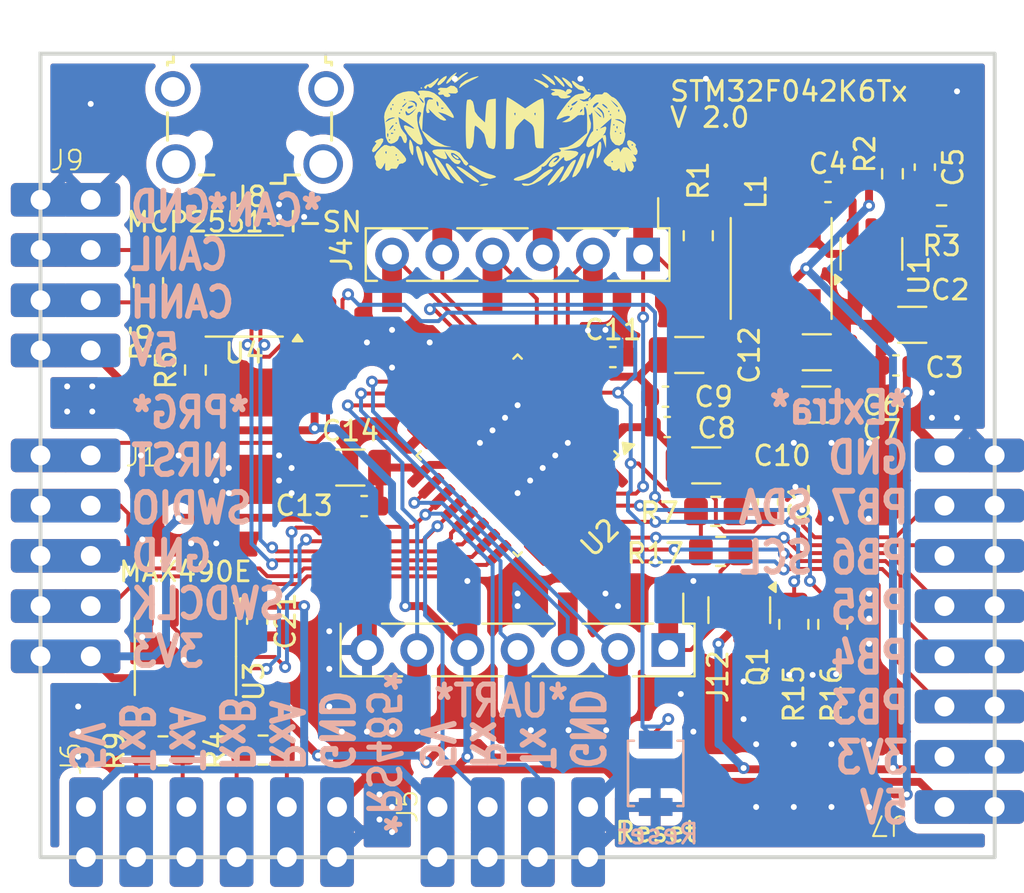
<source format=kicad_pcb>
(kicad_pcb (version 20241229) (generator "pcbnew") (generator_version "9.0")
  (layers (0 "F.Cu" signal) (2 "B.Cu" signal) (13 "F.Paste" user) (15 "B.Paste" user) (5 "F.SilkS" user "F.Silkscreen") (7 "B.SilkS" user "B.Silkscreen") (1 "F.Mask" user) (3 "B.Mask" user) (25 "Edge.Cuts" user))
  (net 0 "")
  (net 1 "VSS")
  (net 2 "NRST")
  (net 3 "+5V")
  (net 4 "/SW")
  (net 5 "/VBST")
  (net 6 "/VFB")
  (net 7 "VDD")
  (net 8 "SWDCLK")
  (net 9 "SWDIO")
  (net 10 "BTN4")
  (net 11 "BTN2")
  (net 12 "BOOT0")
  (net 13 "BTN3")
  (net 14 "USART1_Rx")
  (net 15 "USART1_Tx")
  (net 16 "/Interface/Rx A")
  (net 17 "/Interface/Tx A")
  (net 18 "/Interface/Rx B")
  (net 19 "/Interface/Tx B")
  (net 20 "PB6")
  (net 21 "PB7")
  (net 22 "PB5")
  (net 23 "USB_DP")
  (net 24 "Net-(J9-Pin_3)")
  (net 25 "Net-(J9-Pin_2)")
  (net 26 "BTN6")
  (net 27 "TIM3_CH3")
  (net 28 "BTN5")
  (net 29 "Net-(U4-Rs)")
  (net 34 "USB_DN")
  (net 35 "PB3")
  (net 36 "PB4")
  (net 37 "GRP3")
  (net 38 "GRP1")
  (net 39 "GRP2")
  (net 40 "GRP4")
  (net 41 "Net-(Q1-B)")
  (net 44 "Net-(U2-PA5)")
  (footprint "Library:Conn_Edge_x04" (layer "F.Cu") (at 91.906177 93.981512 180)
    (property "Reference" "J9")
    (property "Value" "CAN")
  )
  (footprint "Package_TO_SOT_SMD:TSOT-23-6" (layer "F.Cu") (at 133.931789 89.098556 90)
    (property "Reference" "U1")
    (property "Value" "AP62250WU")
  )
  (footprint "Library:Conn_Edge_x06" (layer "F.Cu") (at 94.206177 117.071512 90)
    (property "Reference" "J6")
    (property "Value" "RS485")
  )
  (footprint "Capacitor_SMD:C_1206_3216Metric" (layer "F.Cu") (at 131.169719 94.073806)
    (property "Reference" "C6")
    (property "Value" "22uF")
  )
  (footprint "Capacitor_SMD:C_1206_3216Metric" (layer "F.Cu") (at 131.143122 96.715667)
    (property "Reference" "C7")
    (property "Value" "22uF")
  )
  (footprint "Resistor_SMD:R_0805_2012Metric_Pad1.20x1.40mm_HandSolder" (layer "F.Cu") (at 97.370991 90.549159 -90)
    (property "Reference" "R6")
    (property "Value" "120")
  )
  (footprint "Connector_PinHeader_2.54mm:PinHeader_1x07_P2.54mm_Vertical" (layer "F.Cu") (at 123.656177 109.131512 -90)
    (property "Reference" "J13" (hide yes))
    (property "Value" "Keyboard 2")
  )
  (footprint "Resistor_SMD:R_0603_1608Metric" (layer "F.Cu") (at 134.996562 85.046127 -90)
    (property "Reference" "R2")
    (property "Value" "31.6k")
  )
  (footprint "Capacitor_SMD:C_0603_1608Metric" (layer "F.Cu") (at 120.85442 94.316063 180)
    (property "Reference" "C11")
    (property "Value" "10n")
  )
  (footprint "Package_QFP:LQFP-32_7x7mm_P0.8mm" (layer "F.Cu") (at 116.036177 99.291512 -135)
    (property "Reference" "U2")
    (property "Value" "STM32F042K6Tx")
  )
  (footprint "Connector_PinHeader_2.54mm:PinHeader_1x06_P2.54mm_Vertical" (layer "F.Cu") (at 122.386177 89.131512 -90)
    (property "Reference" "J11" (hide yes))
    (property "Value" "Keyboard 1" (hide yes))
  )
  (footprint "Resistor_SMD:R_0805_2012Metric_Pad1.20x1.40mm_HandSolder" (layer "F.Cu") (at 130.005922 107.835794 -90)
    (property "Reference" "R15")
    (property "Value" "10k")
  )
  (footprint "Capacitor_SMD:C_0603_1608Metric" (layer "F.Cu") (at 131.734967 85.968465)
    (property "Reference" "C4")
    (property "Value" "100n")
  )
  (footprint "Capacitor_SMD:C_1206_3216Metric" (layer "F.Cu") (at 125.577405 99.795715 180)
    (property "Reference" "C10")
    (property "Value" "4.7u")
  )
  (footprint "Capacitor_SMD:C_0603_1608Metric" (layer "F.Cu") (at 102.867135 107.66822 -90)
    (property "Reference" "C21")
    (property "Value" "100n")
  )
  (footprint "Package_SO:SOIC-8_3.9x4.9mm_P1.27mm" (layer "F.Cu") (at 99.235761 109.457637 -90)
    (property "Reference" "U3")
    (property "Value" "MAX490E")
  )
  (footprint "Capacitor_SMD:C_1206_3216Metric" (layer "F.Cu") (at 107.576177 99.904393)
    (property "Reference" "C14")
    (property "Value" "4.7u")
  )
  (footprint "Package_TO_SOT_SMD:SOT-23" (layer "F.Cu") (at 127.247945 107.115167 -90)
    (property "Reference" "Q1")
    (property "Value" "PNP")
  )
  (footprint "Capacitor_SMD:C_0603_1608Metric" (layer "F.Cu") (at 136.633136 84.711792 -90)
    (property "Reference" "C5")
    (property "Value" "100n")
  )
  (footprint "Resistor_SMD:R_0603_1608Metric" (layer "F.Cu") (at 99.740202 94.973125 -90)
    (property "Reference" "R5")
    (property "Value" "0")
  )
  (footprint "Resistor_SMD:R_0805_2012Metric_Pad1.20x1.40mm_HandSolder" (layer "F.Cu") (at 125.174426 88.179317 -90)
    (property "Reference" "R1")
    (property "Value" "10k")
  )
  (footprint "Inductor_SMD:L_Taiyo-Yuden_NR-50xx" (layer "F.Cu") (at 129.366177 89.834389 -90)
    (property "Reference" "L1")
    (property "Value" "2.2uH")
  )
  (footprint "Resistor_SMD:R_0805_2012Metric_Pad1.20x1.40mm_HandSolder" (layer "F.Cu") (at 126.058823 102.120346 180)
    (property "Reference" "R7")
    (property "Value" "10k")
  )
  (footprint "Connector_PinHeader_2.54mm:PinHeader_1x07_P2.54mm_Vertical_SMD_Pin1Left" (layer "F.Cu") (at 116.036177 109.131512 -90)
    (property "Reference" "J12")
    (property "Value" "Keyboard 2")
  )
  (footprint "Resistor_SMD:R_0805_2012Metric_Pad1.20x1.40mm_HandSolder" (layer "F.Cu") (at 131.978811 107.836787 -90)
    (property "Reference" "R16")
    (property "Value" "10k")
  )
  (footprint "Capacitor_SMD:C_0603_1608Metric" (layer "F.Cu") (at 123.516177 96.320775 180)
    (property "Reference" "C9")
    (property "Value" "100n")
  )
  (footprint "Capacitor_SMD:C_1206_3216Metric" (layer "F.Cu") (at 124.721177 94.211512 180)
    (property "Reference" "C12")
    (property "Value" "1u")
  )
  (footprint "Library:Conn_Edge_x08" (layer "F.Cu") (at 137.626177 117.071512 180)
    (property "Reference" "J7")
    (property "Value" "Extra")
  )
  (footprint "Capacitor_SMD:C_0603_1608Metric" (layer "F.Cu") (at 108.276177 101.853241)
    (property "Reference" "C13")
    (property "Value" "100n")
  )
  (footprint "Capacitor_SMD:C_0603_1608Metric" (layer "F.Cu") (at 128.699138 101.640346 90)
    (property "Reference" "C1")
    (property "Value" "100n")
  )
  (footprint "Package_SO:SOIC-8_3.9x4.9mm_P1.27mm" (layer "F.Cu") (at 102.21 90.72 180)
    (property "Reference" "U4")
    (property "Value" "MCP2551-I-SN")
  )
  (footprint "LOGO" (layer "F.Cu") (at 115.401177 82.781512)
    (property "Reference" "G***" (hide yes))
    (property "Value" "LOGO" (hide yes))
  )
  (footprint "Connector_PinHeader_2.54mm:PinHeader_1x06_P2.54mm_Vertical_SMD_Pin1Left" (layer "F.Cu") (at 116.036177 89.131512 -90)
    (property "Reference" "J4")
    (property "Value" "Keyboard 1")
  )
  (footprint "Library:Conn_Edge_x05" (layer "F.Cu") (at 94.446177 99.291512)
    (property "Reference" "J1")
    (property "Value" "SWD")
  )
  (footprint "Library:Conn_Edge_x04" (layer "F.Cu") (at 111.986177 117.071512 90)
    (property "Reference" "J5")
    (property "Value" "UART")
  )
  (footprint "Resistor_SMD:R_0805_2012Metric_Pad1.20x1.40mm_HandSolder" (layer "F.Cu") (at 103.162368 114.193384)
    (property "Reference" "R4")
    (property "Value" "120")
  )
  (footprint "Resistor_SMD:R_0805_2012Metric_Pad1.20x1.40mm_HandSolder" (layer "F.Cu") (at 126.305749 104.146498 180)
    (property "Reference" "R17")
    (property "Value" "1k")
  )
  (footprint "Resistor_SMD:R_0603_1608Metric" (layer "F.Cu") (at 137.480143 87.166271)
    (property "Reference" "R3")
    (property "Value" "10k")
  )
  (footprint "Connector_USB:USB_Micro-B_Wuerth_629105150521_CircularHoles" (layer "F.Cu") (at 102.478289 82.705165 180)
    (property "Reference" "J8")
    (property "Value" "USB_A")
  )
  (footprint "Capacitor_SMD:C_0603_1608Metric" (layer "F.Cu") (at 123.600941 97.852954 180)
    (property "Reference" "C8")
    (property "Value" "100n")
  )
  (footprint "Resistor_SMD:R_0805_2012Metric_Pad1.20x1.40mm_HandSolder" (layer "F.Cu") (at 98.096839 114.235625)
    (property "Reference" "R9")
    (property "Value" "120")
  )
  (footprint "Capacitor_SMD:C_0603_1608Metric" (layer "F.Cu") (at 135.173085 94.739685 180)
    (property "Reference" "C3")
    (property "Value" "100n")
  )
  (footprint "Button_Switch_SMD:SW_SPST_B3U-1000P" (layer "F.Cu") (at 123.021177 115.371512 90)
    (property "Reference" "SW10" (hide yes))
    (property "Value" "Reset")
  )
  (footprint "Capacitor_SMD:C_1206_3216Metric" (layer "F.Cu") (at 135.995622 92.684833 180)
    (property "Reference" "C2")
    (property "Value" "22u")
  )
  (footprint "Button_Switch_SMD:SW_SPST_B3U-1000P" (layer "B.Cu") (at 123.021177 115.371512 90)
    (property "Reference" "SW11" (hide yes))
    (property "Value" "Reset")
  )
  (gr_rect (start 91.906177 78.971512) (end 140.166177 119.611512) (stroke (width 0.2)) (fill no) (layer "Edge.Cuts"))
  (gr_text "V 2.0" (at 123.656177 82.781512 0) (layer "F.SilkS") (effects (font (size 1 1)) (justify left bottom)))
  (gr_text "GND\nCANL\nCANH\n5V\n" (at 96.313289 94.848065 0) (layer "B.SilkS") (effects (font (size 1.5 1.3) (thickness 0.3) (bold yes)) (justify right bottom mirror)))
  (gr_text "*PRG*\nNRST\nSWDIO\nGND\nSWDCLK\n3V3" (at 96.351177 110.086512 0) (layer "B.SilkS") (effects (font (size 1.5 1.3) (thickness 0.3) (bold yes)) (justify right bottom mirror)))
  (gr_text "*RS485*" (at 108.302798 118.614953 270) (layer "B.SilkS") (effects (font (size 1.57 1.3) (thickness 0.26) (bold yes)) (justify left bottom mirror)))
  (gr_text "*UART*" (at 118.749098 112.630336 0) (layer "B.SilkS") (effects (font (size 1.57 1.3) (thickness 0.26) (bold yes)) (justify left bottom mirror)))
  (gr_text "*Extra*\nGND\nPB7 SDA\nPB6 SCL\nPB5\nPB4\nPB3\n3V3\n5V" (at 135.94749 118.021329 0) (layer "B.SilkS") (effects (font (size 1.57 1.3) (thickness 0.3) (bold yes)) (justify left bottom mirror)))
  (gr_text "GND\nRxA\nRxB\nTxA\nTxB\n5V" (at 93.296376 115.391236 270) (layer "B.SilkS") (effects (font (size 1.57 1.3) (thickness 0.3) (bold yes)) (justify left bottom mirror)))
  (gr_text "*CAN*" (at 100.170588 87.78183 0) (layer "B.SilkS") (effects (font (size 1.5 1.3) (thickness 0.3) (bold yes)) (justify right bottom mirror)))
  (gr_text "GND\nTx\nRx\n5V" (at 111.026993 115.295135 270) (layer "B.SilkS") (effects (font (size 1.57 1.3) (thickness 0.3) (bold yes)) (justify left bottom mirror)))
  (segment (start 101.828289 84.605165) (end 101.828289 85.912961) (width 0.4) (layer "F.Cu") (net 1))
  (segment (start 113.975355 98.812334) (end 114.131177 98.656512) (width 0.4) (layer "F.Cu") (net 1))
  (segment (start 111.104107 98.31924) (end 111.497201 98.712334) (width 0.2) (layer "F.Cu") (net 1))
  (segment (start 114.075355 98.712334) (end 114.131177 98.656512) (width 0.2) (layer "F.Cu") (net 1))
  (segment (start 101.828289 85.912961) (end 101.794743 85.946507) (width 0.4) (layer "F.Cu") (net 1))
  (segment (start 101.828289 83.170585) (end 101.823217 83.165513) (width 0.4) (layer "F.Cu") (net 1))
  (segment (start 111.597201 98.812334) (end 113.975355 98.812334) (width 0.4) (layer "F.Cu") (net 1))
  (segment (start 101.828289 84.605165) (end 101.828289 83.170585) (width 0.4) (layer "F.Cu") (net 1))
  (segment (start 111.104107 98.31924) (end 111.597201 98.812334) (width 0.4) (layer "F.Cu") (net 1))
  (segment (start 106.061 91.756001) (end 106.061 93.391689) (width 0.4) (layer "F.Cu") (net 1))
  (segment (start 104.685 91.355) (end 105.659999 91.355) (width 0.4) (layer "F.Cu") (net 1))
  (segment (start 105.659999 91.355) (end 106.061 91.756001) (width 0.4) (layer "F.Cu") (net 1))
  (segment (start 106.061 93.391689) (end 105.241177 94.211512) (width 0.4) (layer "F.Cu") (net 1))
  (segment (start 101.828289 84.605165) (end 101.178289 84.605165) (width 0.4) (layer "F.Cu") (net 1))
  (via (at 109.051177 117.706512) (size 0.6) (drill 0.3) (layers "F.Cu" "B.Cu") (net 1))
  (via (at 108.416177 93.576512) (size 0.6) (drill 0.3) (layers "F.Cu" "B.Cu") (net 1))
  (via (at 130.006177 98.656512) (size 0.6) (drill 0.3) (layers "F.Cu" "B.Cu") (net 1))
  (via (at 119.594678 92.969046) (size 0.6) (drill 0.3) (layers "F.Cu" "B.Cu") (net 1))
  (via (at 96.986177 99.291512) (size 0.6) (drill 0.3) (layers "F.Cu" "B.Cu") (net 1))
  (via (at 116.036177 106.911512) (size 0.6) (drill 0.3) (layers "F.Cu" "B.Cu") (net 1))
  (via (at 109.686177 113.261512) (size 0.6) (drill 0.3) (layers "F.Cu" "B.Cu") (net 1))
  (via (at 124.291177 111.356512) (size 0.6) (drill 0.3) (layers "F.Cu" "B.Cu") (net 1))
  (via (at 109.686177 94.846512) (size 0.6) (drill 0.3) (layers "F.Cu" "B.Cu") (net 1))
  (via (at 116.707439 113.186336) (size 0.6) (drill 0.3) (layers "F.Cu" "B.Cu") (net 1))
  (via (at 98.891177 99.291512) (size 0.6) (drill 0.3) (layers "F.Cu" "B.Cu") (net 1))
  (via (at 107.146177 113.261512) (size 0.6) (drill 0.3) (layers "F.Cu" "B.Cu") (net 1))
  (via (at 101.431177 99.926512) (size 0.6) (drill 0.3) (layers "F.Cu" "B.Cu") (net 1))
  (via (at 116.036177 101.196512) (size 0.6) (drill 0.3) (layers "F.Cu" "B.Cu") (net 1))
  (via (at 124.926177 105.641512) (size 0.6) (drill 0.3) (layers "F.Cu" "B.Cu") (net 1))
  (via (at 94.525 95.8) (size 0.6) (drill 0.3) (layers "F.Cu" "B.Cu") (net 1))
  (via (at 130.006177 113.896512) (size 0.6) (drill 0.3) (layers "F.Cu" "B.Cu") (net 1))
  (via (at 99.157612 109.637234) (size 0.6) (drill 0.3) (layers "F.Cu" "B.Cu") (net 1))
  (via (at 129.771115 110.389462) (size 0.6) (drill 0.3) (layers "F.Cu" "B.Cu") (net 1))
  (via (at 131.911177 113.896512) (size 0.6) (drill 0.3) (layers "F.Cu" "B.Cu") (net 1))
  (via (at 93.811177 114.531512) (size 0.6) (drill 0.3) (layers "F.Cu" "B.Cu") (net 1))
  (via (at 116.671177 100.561512) (size 0.6) (drill 0.3) (layers "F.Cu" "B.Cu") (net 1))
  (via (at 132.144963 110.356028) (size 0.6) (drill 0.3) (layers "F.Cu" "B.Cu") (net 1))
  (via (at 100.796177 100.561512) (size 0.6) (drill 0.3) (layers "F.Cu" "B.Cu") (net 1))
  (via (at 133.816177 98.656512) (size 0.6) (drill 0.3) (layers "F.Cu" "B.Cu") (net 1))
  (via (at 97.057914 103.541295) (size 0.6) (drill 0.3) (layers "F.Cu" "B.Cu") (net 1))
  (via (at 128.101177 113.896512) (size 0.6) (drill 0.3) (layers "F.Cu" "B.Cu") (net 1))
  (via (at 106.511177 110.086512) (size 0.6) (drill 0.3) (layers "F.Cu" "B.Cu") (net 1))
  (via (at 133.816177 108.816512) (size 0.6) (drill 0.3) (layers "F.Cu" "B.Cu") (net 1))
  (via (at 101.431177 101.196512) (size 0.6) (drill 0.3) (layers "F.Cu" "B.Cu") (net 1))
  (via (at 118.612439 113.186336) (size 0.6) (drill 0.3) (layers "F.Cu" "B.Cu") (net 1))
  (via (at 125.561177 80.241512) (size 0.6) (drill 0.3) (layers "F.Cu" "B.Cu") (net 1))
  (via (at 130.958039 110.389462) (size 0.6) (drill 0.3) (layers "F.Cu" "B.Cu") (net 1))
  (via (at 130.006177 117.071512) (size 0.6) (drill 0.3) (layers "F.Cu" "B.Cu") (net 1))
  (via (at 138.261177 80.876512) (size 0.6) (drill 0.3) (layers "F.Cu" "B.Cu") (net 1))
  (via (at 136.991177 97.386512) (size 0.6) (drill 0.3) (layers "F.Cu" "B.Cu") (net 1))
  (via (at 131.911177 117.071512) (size 0.6) (drill 0.3) (layers "F.Cu" "B.Cu") (net 1))
  (via (at 136.991177 96.116512) (size 0.6) (drill 0.3) (layers "F.Cu" "B.Cu") (net 1))
  (via (at 133.816177 117.071512) (size 0.6) (drill 0.3) (layers "F.Cu" "B.Cu") (net 1))
  (via (at 109.686177 118.341512) (size 0.6) (drill 0.3) (layers "F.Cu" "B.Cu") (net 1))
  (via (at 116.036177 96.751512) (size 0.6) (drill 0.3) (layers "F.Cu" "B.Cu") (net 1))
  (via (at 104.606177 99.926512) (size 0.6) (drill 0.3) (layers "F.Cu" "B.Cu") (net 1))
  (via (at 106.511177 108.181512) (size 0.6) (drill 0.3) (layers "F.Cu" "B.Cu") (net 1))
  (via (at 103.971177 100.561512) (size 0.6) (drill 0.3) (layers "F.Cu" "B.Cu") (net 1))
  (via (at 105.241177 87.226512) (size 0.6) (drill 0.3) (layers "F.Cu" "B.Cu") (net 1))
  (via (at 97.053843 108.478271) (size 0.6) (drill 0.3) (layers "F.Cu" "B.Cu") (net 1))
  (via (at 119.211177 80.241512) (size 0.6) (drill 0.3) (layers "F.Cu" "B.Cu") (net 1))
  (via (at 120.481177 106.276512) (size 0.6) (drill 0.3) (layers "F.Cu" "B.Cu") (net 1))
  (via (at 109.051177 116.436512) (size 0.6) (drill 0.3) (layers "F.Cu" "B.Cu") (net 1))
  (via (at 121.116177 106.911512) (size 0.6) (drill 0.3) (layers "F.Cu" "B.Cu") (net 1))
  (via (at 93.811177 113.261512) (size 0.6) (drill 0.3) (layers "F.Cu" "B.Cu") (net 1))
  (via (at 138.261177 97.386512) (size 0.6) (drill 0.3) (layers "F.Cu" "B.Cu") (net 1))
  (via (at 117.306177 99.926512) (size 0.6) (drill 0.3) (layers "F.Cu" "B.Cu") (net 1))
  (via (at 114.131177 98.656512) (size 0.6) (drill 0.3) (layers "F.Cu" "B.Cu") (net 1))
  (via (at 112.861177 80.241512) (size 0.6) (drill 0.3) (layers "F.Cu" "B.Cu") (net 1))
  (via (at 120.481177 92.941512) (size 0.6) (drill 0.3) (layers "F.Cu" "B.Cu") (net 1))
  (via (at 93.811177 111.991512) (size 0.6) (drill 0.3) (layers "F.Cu" "B.Cu") (net 1))
  (via (at 131.884667 102.491692) (size 0.6) (drill 0.3) (layers "F.Cu" "B.Cu") (net 1))
  (via (at 108.416177 113.261512) (size 0.6) (drill 0.3) (layers "F.Cu" "B.Cu") (net 1))
  (via (at 117.941177 99.291512) (size 0.6) (drill 0.3) (layers "F.Cu" "B.Cu") (net 1))
  (via (at 127.466177 110.721512) (size 0.6) (drill 0.3) (layers "F.Cu" "B.Cu") (net 1))
  (via (at 127.466177 112.626512) (size 0.6) (drill 0.3) (layers "F.Cu" "B.Cu") (net 1))
  (via (at 111.591177 93.576512) (size 0.6) (drill 0.3) (layers "F.Cu" "B.Cu") (net 1))
  (via (at 116.036177 106.276512) (size 0.6) (drill 0.3) (layers "F.Cu" "B.Cu") (net 1))
  (via (at 133.789667 102.491692) (size 0.6) (drill 0.3) (layers "F.Cu" "B.Cu") (net 1))
  (via (at 104.606177 101.196512) (size 0.6) (drill 0.3) (layers "F.Cu" "B.Cu") (net 1))
  (via (at 113.496177 105.641512) (size 0.6) (drill 0.3) (layers "F.Cu" "B.Cu") (net 1))
  (via (at 100.796177 103.736512) (size 0.6) (drill 0.3) (layers "F.Cu" "B.Cu") (net 1))
  (via (at 133.816177 113.896512) (size 0.6) (drill 0.3) (layers "F.Cu" "B.Cu") (net 1))
  (via (at 93.255 95.8) (size 0.6) (drill 0.3) (layers "F.Cu" "B.Cu") (net 1))
  (via (at 109.686177 117.071512) (size 0.6) (drill 0.3) (layers "F.Cu" "B.Cu") (net 1))
  (via (at 128.101177 117.071512) (size 0.6) (drill 0.3) (layers "F.Cu" "B.Cu") (net 1))
  (via (at 94.446177 81.511512) (size 0.6) (drill 0.3) (layers "F.Cu" "B.Cu") (net 1))
  (via (at 130.085 100.88) (size 0.6) (drill 0.3) (layers "F.Cu" "B.Cu") (net 1))
  (via (at 99.526177 103.736512) (size 0.6) (drill 0.3) (layers "F.Cu" "B.Cu") (net 1))
  (via (at 103.971177 86.591512) (size 0.6) (drill 0.3) (layers "F.Cu" "B.Cu") (net 1))
  (via (at 131.911177 98.656512) (size 0.6) (drill 0.3) (layers "F.Cu" "B.Cu") (net 1))
  (via (at 115.401177 97.386512) (size 0.6) (drill 0.3) (layers "F.Cu" "B.Cu") (net 1))
  (via (at 133.816177 107.546512) (size 0.6) (drill 0.3) (layers "F.Cu" "B.Cu") (net 1))
  (via (at 124.926177 113.261512) (size 0.6) (drill 0.3) (layers "F.Cu" "B.Cu") (net 1))
  (via (at 110.956177 113.261512) (size 0.6) (drill 0.3) (layers "F.Cu" "B.Cu") (net 1))
  (via (at 133.816177 106.276512) (size 0.6) (drill 0.3) (layers "F.Cu" "B.Cu") (net 1))
  (via (at 106.511177 111.991512) (size 0.6) (drill 0.3) (layers "F.Cu" "B.Cu") (net 1))
  (via (at 109.686177 92.941512) (size 0.6) (drill 0.3) (layers "F.Cu" "B.Cu") (net 1))
  (via (at 114.766177 98.021512) (size 0.6) (drill 0.3) (layers "F.Cu" "B.Cu") (net 1))
  (via (at 120.517439 113.186336) (size 0.6) (drill 0.3) (layers "F.Cu" "B.Cu") (net 1))
  (via (at 118.576177 98.656512) (size 0.6) (drill 0.3) (layers "F.Cu" "B.Cu") (net 1))
  (via (at 93.255 97.07) (size 0.6) (drill 0.3) (layers "F.Cu" "B.Cu") (net 1))
  (via (at 94.525 97.07) (size 0.6) (drill 0.3) (layers "F.Cu" "B.Cu") (net 1))
  (via (at 103.971177 87.226512) (size 0.6) (drill 0.3) (layers "F.Cu" "B.Cu") (net 1))
  (via (at 100.796177 99.291512) (size 0.6) (drill 0.3) (layers "F.Cu" "B.Cu") (net 1))
  (via (at 103.971177 99.291512) (size 0.6) (drill 0.3) (layers "F.Cu" "B.Cu") (net 1))
  (segment (start 94.446177 104.371512) (end 96.986177 104.371512) (width 1) (layer "B.Cu") (net 1))
  (segment (start 125.535538 101.010901) (end 126.063744 101.539107) (width 0.2) (layer "F.Cu") (net 2))
  (segment (start 106.44805 96.247539) (end 107.180127 95.515462) (width 0.2) (layer "F.Cu") (net 2))
  (segment (start 126.063744 102.711427) (end 126.491326 103.139009) (width 0.2) (layer "F.Cu") (net 2))
  (segment (start 123.021177 113.261512) (end 123.656177 112.626512) (width 0.2) (layer "F.Cu") (net 2))
  (segment (start 126.491326 103.139009) (end 127.975475 103.139009) (width 0.2) (layer "F.Cu") (net 2))
  (segment (start 105.876177 98.656512) (end 106.44805 98.084639) (width 0.2) (layer "F.Cu") (net 2))
  (segment (start 123.460566 101.010901) (end 125.535538 101.010901) (width 0.2) (layer "F.Cu") (net 2))
  (segment (start 119.776863 96.116512) (end 121.116177 96.116512) (width 0.2) (layer "F.Cu") (net 2))
  (segment (start 122.146177 99.696512) (end 123.460566 101.010901) (width 0.2) (layer "F.Cu") (net 2))
  (segment (start 123.021177 113.671512) (end 123.021177 113.261512) (width 0.2) (layer "F.Cu") (net 2))
  (segment (start 95.081177 98.656512) (end 105.876177 98.656512) (width 0.2) (layer "F.Cu") (net 2))
  (segment (start 126.063744 101.539107) (end 126.063744 102.711427) (width 0.2) (layer "F.Cu") (net 2))
  (segment (start 107.180127 91.424032) (end 107.464384 91.139775) (width 0.2) (layer "F.Cu") (net 2))
  (segment (start 127.975475 103.139009) (end 128.699138 102.415346) (width 0.2) (layer "F.Cu") (net 2))
  (segment (start 107.180127 95.515462) (end 107.180127 91.424032) (width 0.2) (layer "F.Cu") (net 2))
  (segment (start 94.446177 99.291512) (end 95.081177 98.656512) (width 0.2) (layer "F.Cu") (net 2))
  (segment (start 121.75746 99.696512) (end 122.146177 99.696512) (width 0.2) (layer "F.Cu") (net 2))
  (segment (start 106.44805 98.084639) (end 106.44805 96.247539) (width 0.2) (layer "F.Cu") (net 2))
  (segment (start 119.271191 96.622184) (end 119.776863 96.116512) (width 0.2) (layer "F.Cu") (net 2))
  (via (at 123.656177 112.626512) (size 0.6) (drill 0.3) (layers "F.Cu" "B.Cu") (net 2))
  (via (at 107.464384 91.139775) (size 0.6) (drill 0.3) (layers "F.Cu" "B.Cu") (net 2))
  (via (at 121.116177 96.116512) (size 0.6) (drill 0.3) (layers "F.Cu" "B.Cu") (net 2))
  (via (at 121.75746 99.696512) (size 0.6) (drill 0.3) (layers "F.Cu" "B.Cu") (net 2))
  (segment (start 121.985177 93.175512) (end 121.985177 95.247512) (width 0.2) (layer "B.Cu") (net 2))
  (segment (start 107.99612 91.671512) (end 110.321177 91.671512) (width 0.2) (layer "B.Cu") (net 2))
  (segment (start 112.035123 92.497566) (end 112.460177 92.072512) (width 0.2) (layer "B.Cu") (net 2))
  (segment (start 112.460177 92.072512) (end 120.882177 92.072512) (width 0.2) (layer "B.Cu") (net 2))
  (segment (start 121.75746 99.696512) (end 121.75746 101.078404) (width 0.2) (layer "B.Cu") (net 2))
  (segment (start 111.147231 92.497566) (end 112.035123 92.497566) (width 0.2) (layer "B.Cu") (net 2))
  (segment (start 121.75746 101.078404) (end 121.620174 101.21569) (width 0.2) (layer "B.Cu") (net 2))
  (segment (start 121.75746 96.757795) (end 121.116177 96.116512) (width 0.2) (layer "B.Cu") (net 2))
  (segment (start 120.882177 92.072512) (end 121.985177 93.175512) (width 0.2) (layer "B.Cu") (net 2))
  (segment (start 107.99612 91.671511) (end 107.99612 91.671512) (width 0.2) (layer "B.Cu") (net 2))
  (segment (start 121.620174 101.21569) (end 121.620174 102.080455) (width 0.2) (layer "B.Cu") (net 2))
  (segment (start 121.620174 102.080455) (end 122.277166 102.737447) (width 0.2) (layer "B.Cu") (net 2))
  (segment (start 122.353716 102.771855) (end 122.353716 113.004051) (width 0.2) (layer "B.Cu") (net 2))
  (segment (start 122.353716 113.004051) (end 123.278638 113.004051) (width 0.2) (layer "B.Cu") (net 2))
  (segment (start 107.464384 91.139775) (end 107.99612 91.671511) (width 0.2) (layer "B.Cu") (net 2))
  (segment (start 121.985177 95.247512) (end 121.116177 96.116512) (width 0.2) (layer "B.Cu") (net 2))
  (segment (start 123.278638 113.004051) (end 123.656177 112.626512) (width 0.2) (layer "B.Cu") (net 2))
  (segment (start 110.321177 91.671512) (end 111.147231 92.497566) (width 0.2) (layer "B.Cu") (net 2))
  (segment (start 122.353716 113.004051) (end 123.021177 113.671512) (width 0.2) (layer "B.Cu") (net 2))
  (segment (start 121.75746 99.696512) (end 121.75746 96.757795) (width 0.2) (layer "B.Cu") (net 2))
  (segment (start 122.319308 102.737447) (end 122.353716 102.771855) (width 0.2) (layer "B.Cu") (net 2))
  (segment (start 122.277166 102.737447) (end 122.319308 102.737447) (width 0.2) (layer "B.Cu") (net 2))
  (segment (start 134.451177 115.801512) (end 135.086177 116.436512) (width 0.4) (layer "F.Cu") (net 3))
  (segment (start 106.662 95.290815) (end 105.769412 96.183403) (width 0.4) (layer "F.Cu") (net 3))
  (segment (start 135.021845 90.236056) (end 137.470622 92.684833) (width 0.4) (layer "F.Cu") (net 3))
  (segment (start 96.986177 98.021512) (end 105.662647 98.021512) (width 0.4) (layer "F.Cu") (net 3))
  (segment (start 135.086177 116.436512) (end 135.721177 116.436512) (width 0.4) (layer "F.Cu") (net 3))
  (segment (start 111.986177 116.041512) (end 113.496177 114.531512) (width 0.4) (layer "F.Cu") (net 3))
  (segment (start 105.222885 106.89322) (end 105.241177 106.911512) (width 0.4) (layer "F.Cu") (net 3))
  (segment (start 96.351177 95.886512) (end 96.351177 97.386512) (width 0.4) (layer "F.Cu") (net 3))
  (segment (start 101.140761 106.982637) (end 102.777718 106.982637) (width 0.4) (layer "F.Cu") (net 3))
  (segment (start 112.387177 115.170512) (end 111.986177 115.571512) (width 0.4) (layer "F.Cu") (net 3))
  (segment (start 104.685 90.085) (end 105.239941 90.085) (width 0.4) (layer "F.Cu") (net 3))
  (segment (start 134.451177 115.801512) (end 121.113757 115.801512) (width 0.4) (layer "F.Cu") (net 3))
  (segment (start 120.482757 115.170512) (end 112.387177 115.170512) (width 0.4) (layer "F.Cu") (net 3))
  (segment (start 105.662647 98.021512) (end 105.769412 97.914747) (width 0.4) (layer "F.Cu") (net 3))
  (segment (start 105.659999 90.085) (end 104.685 90.085) (width 0.4) (layer "F.Cu") (net 3))
  (segment (start 96.351177 97.386512) (end 96.986177 98.021512) (width 0.4) (layer "F.Cu") (net 3))
  (segment (start 94.446177 93.981512) (end 96.351177 95.886512) (width 0.4) (layer "F.Cu") (net 3))
  (segment (start 111.276177 106.911512) (end 113.496177 109.131512) (width 0.4) (layer "F.Cu") (net 3))
  (segment (start 111.986177 115.571512) (end 111.986177 117.071512) (width 0.4) (layer "F.Cu") (net 3))
  (segment (start 106.061 89.683999) (end 105.659999 90.085) (width 0.4) (layer "F.Cu") (net 3))
  (segment (start 111.986177 117.071512) (end 111.986177 116.041512) (width 0.4) (layer "F.Cu") (net 3))
  (segment (start 105.239941 90.085) (end 106.662 91.507059) (width 0.4) (layer "F.Cu") (net 3))
  (segment (start 110.356177 106.911512) (end 111.276177 106.911512) (width 0.4) (layer "F.Cu") (net 3))
  (segment (start 135.721177 96.116512) (end 135.721177 94.966593) (width 0.4) (layer "F.Cu") (net 3))
  (segment (start 106.662 91.507059) (end 106.662 95.290815) (width 0.4) (layer "F.Cu") (net 3))
  (segment (start 137.626177 117.071512) (end 136.356177 115.801512) (width 0.4) (layer "F.Cu") (net 3))
  (segment (start 103.778289 84.605165) (end 106.061 86.887876) (width 0.4) (layer "F.Cu") (net 3))
  (segment (start 134.881789 90.236056) (end 135.021845 90.236056) (width 0.4) (layer "F.Cu") (net 3))
  (segment (start 106.061 86.887876) (end 106.061 89.683999) (width 0.4) (layer "F.Cu") (net 3))
  (segment (start 102.867135 106.89322) (end 105.222885 106.89322) (width 0.4) (layer "F.Cu") (net 3))
  (segment (start 121.113757 115.801512) (end 120.482757 115.170512) (width 0.4) (layer "F.Cu") (net 3))
  (segment (start 137.470622 93.217148) (end 135.948085 94.739685) (width 0.4) (layer "F.Cu") (net 3))
  (segment (start 105.769412 96.183403) (end 105.769412 97.914747) (width 0.4) (layer "F.Cu") (net 3))
  (segment (start 137.470622 92.684833) (end 137.470622 93.217148) (width 0.4) (layer "F.Cu") (net 3))
  (segment (start 135.721177 94.966593) (end 135.948085 94.739685) (width 0.4) (layer "F.Cu") (net 3))
  (segment (start 136.356177 115.801512) (end 134.451177 115.801512) (width 0.4) (layer "F.Cu") (net 3))
  (segment (start 102.777718 106.982637) (end 102.867135 106.89322) (width 0.4) (layer "F.Cu") (net 3))
  (via (at 113.496177 114.531512) (size 0.6) (drill 0.3) (layers "F.Cu" "B.Cu") (net 3))
  (via (at 135.721177 96.116512) (size 0.6) (drill 0.3) (layers "F.Cu" "B.Cu") (net 3))
  (via (at 105.769412 97.914747) (size 0.6) (drill 0.3) (layers "F.Cu" "B.Cu") (net 3))
  (via (at 105.241177 106.911512) (size 0.6) (drill 0.3) (layers "F.Cu" "B.Cu") (net 3))
  (via (at 135.721177 116.436512) (size 0.6) (drill 0.3) (layers "F.Cu" "B.Cu") (net 3))
  (via (at 110.356177 106.911512) (size 0.6) (drill 0.3) (layers "F.Cu" "B.Cu") (net 3))
  (segment (start 106.847578 97.914747) (end 107.146177 98.213346) (width 0.4) (layer "B.Cu") (net 3))
  (segment (start 110.356177 102.829508) (end 110.356177 106.911512) (width 0.4) (layer "B.Cu") (net 3))
  (segment (start 135.721177 103.101512) (end 135.721177 96.116512) (width 0.4) (layer "B.Cu") (net 3))
  (segment (start 135.721177 116.436512) (end 135.721177 103.101512) (width 0.4) (layer "B.Cu") (net 3))
  (segment (start 105.241177 115.170512) (end 110.085177 115.170512) (width 0.4) (layer "B.Cu") (net 3))
  (segment (start 113.496177 109.131512) (end 113.496177 114.531512) (width 0.4) (layer "B.Cu") (net 3))
  (segment (start 109.686177 100.753346) (end 109.686177 101.196512) (width 0.4) (layer "B.Cu") (net 3))
  (segment (start 94.206177 117.071512) (end 94.206177 116.833932) (width 0.4) (layer "B.Cu") (net 3))
  (segment (start 105.241177 106.911512) (end 105.241177 115.170512) (width 0.4) (layer "B.Cu") (net 3))
  (segment (start 105.769412 97.914747) (end 106.847578 97.914747) (width 0.4) (layer "B.Cu") (net 3))
  (segment (start 110.085177 115.170512) (end 111.986177 117.071512) (width 0.4) (layer "B.Cu") (net 3))
  (segment (start 109.686177 102.159509) (end 110.018549 102.49188) (width 0.4) (layer "B.Cu") (net 3))
  (segment (start 95.869597 115.170512) (end 105.241177 115.170512) (width 0.4) (layer "B.Cu") (net 3))
  (segment (start 107.146177 98.213346) (end 109.686177 100.753346) (width 0.4) (layer "B.Cu") (net 3))
  (segment (start 94.206177 116.833932) (end 95.869597 115.170512) (width 0.4) (layer "B.Cu") (net 3))
  (segment (start 109.686177 101.196512) (end 109.686177 102.159509) (width 0.4) (layer "B.Cu") (net 3))
  (segment (start 110.018549 102.49188) (end 110.356177 102.829508) (width 0.4) (layer "B.Cu") (net 3))
  (segment (start 129.366177 88.034389) (end 129.366177 87.562255) (width 0.4) (layer "F.Cu") (net 4))
  (segment (start 129.366177 87.562255) (end 130.959967 85.968465) (width 0.4) (layer "F.Cu") (net 4))
  (segment (start 131.787678 89.098556) (end 133.296789 89.098556) (width 0.4) (layer "F.Cu") (net 4))
  (segment (start 129.366177 88.034389) (end 130.723511 88.034389) (width 0.4) (layer "F.Cu") (net 4))
  (segment (start 130.723511 88.034389) (end 131.787678 89.098556) (width 0.4) (layer "F.Cu") (net 4))
  (segment (start 133.931789 89.733556) (end 133.931789 90.236056) (width 0.4) (layer "F.Cu") (net 4))
  (segment (start 133.296789 89.098556) (end 133.931789 89.733556) (width 0.4) (layer "F.Cu") (net 4))
  (segment (start 132.981789 87.961056) (end 132.981789 86.440287) (width 0.4) (layer "F.Cu") (net 5))
  (segment (start 132.981789 86.440287) (end 132.509967 85.968465) (width 0.4) (layer "F.Cu") (net 5))
  (segment (start 136.655143 87.166271) (end 135.676574 87.166271) (width 0.4) (layer "F.Cu") (net 6))
  (segment (start 134.881789 87.961056) (end 134.881789 85.9859) (width 0.4) (layer "F.Cu") (net 6))
  (segment (start 135.676574 87.166271) (end 134.881789 87.961056) (width 0.4) (layer "F.Cu") (net 6))
  (segment (start 134.881789 85.9859) (end 134.996562 85.871127) (width 0.4) (layer "F.Cu") (net 6))
  (segment (start 136.248801 85.871127) (end 136.633136 85.486792) (width 0.4) (layer "F.Cu") (net 6))
  (segment (start 136.633136 85.486792) (end 136.633136 87.144264) (width 0.4) (layer "F.Cu") (net 6))
  (segment (start 136.633136 87.144264) (end 136.655143 87.166271) (width 0.4) (layer "F.Cu") (net 6))
  (segment (start 134.996562 85.871127) (end 136.248801 85.871127) (width 0.4) (layer "F.Cu") (net 6))
  (segment (start 129.668122 96.715667) (end 129.668122 94.100403) (width 0.4) (layer "F.Cu") (net 7))
  (segment (start 102.253201 110.556637) (end 95.551302 110.556637) (width 0.4) (layer "F.Cu") (net 7))
  (segment (start 127.466177 115.101512) (end 121.263699 115.101512) (width 0.4) (layer "F.Cu") (net 7))
  (segment (start 130.005922 108.835794) (end 128.031072 108.835794) (width 0.4) (layer "F.Cu") (net 7))
  (segment (start 98.913177 102.444512) (end 98.891177 102.466512) (width 0.4) (layer "F.Cu") (net 7))
  (segment (start 127.466177 115.166512) (end 127.466177 115.101512) (width 0.4) (layer "F.Cu") (net 7))
  (segment (start 106.489177 102.444512) (end 98.913177 102.444512) (width 0.4) (layer "F.Cu") (net 7))
  (segment (start 109.051177 101.853241) (end 109.051177 99.904393) (width 0.4) (layer "F.Cu") (net 7))
  (segment (start 95.551302 110.556637) (end 94.446177 109.451512) (width 0.4) (layer "F.Cu") (net 7))
  (segment (start 108.175177 102.729241) (end 106.773906 102.729241) (width 0.4) (layer "F.Cu") (net 7))
  (segment (start 120.07942 94.582175) (end 120.805535 95.308289) (width 0.4) (layer "F.Cu") (net 7))
  (segment (start 106.773906 102.729241) (end 106.489177 102.444512) (width 0.4) (layer "F.Cu") (net 7))
  (segment (start 121.424626 97.862861) (end 120.968247 98.31924) (width 0.4) (layer "F.Cu") (net 7))
  (segment (start 114.991313 99.77069) (end 111.597201 99.77069) (width 0.4) (layer "F.Cu") (net 7))
  (segment (start 126.960022 108.052667) (end 126.196177 108.816512) (width 0.4) (layer "F.Cu") (net 7))
  (segment (start 111.597201 99.77069) (end 111.104107 100.263784) (width 0.4) (layer "F.Cu") (net 7))
  (segment (start 110.744716 99.904393) (end 111.104107 100.263784) (width 0.4) (layer "F.Cu") (net 7))
  (segment (start 136.633136 83.936792) (end 135.280897 83.936792) (width 0.4) (layer "F.Cu") (net 7))
  (segment (start 122.741177 97.76819) (end 122.825941 97.852954) (width 0.4) (layer "F.Cu") (net 7))
  (segment (start 128.031072 108.835794) (end 127.247945 108.052667) (width 0.4) (layer "F.Cu") (net 7))
  (segment (start 120.07942 94.682583) (end 120.07942 94.316063) (width 0.4) (layer "F.Cu") (net 7))
  (segment (start 105.241177 113.544613) (end 105.241177 113.770512) (width 0.4) (layer "F.Cu") (net 7))
  (segment (start 118.705505 96.056498) (end 120.07942 94.682583) (width 0.4) (layer "F.Cu") (net 7))
  (segment (start 124.293271 99.775048) (end 124.293271 99.320284) (width 0.4) (layer "F.Cu") (net 7))
  (segment (start 122.741177 96.320775) (end 122.741177 95.900066) (width 0.4) (layer "F.Cu") (net 7))
  (segment (start 112.415841 113.830512) (end 111.4293 114.817053) (width 0.4) (layer "F.Cu") (net 7))
  (segment (start 136.991177 115.166512) (end 127.466177 115.166512) (width 0.4) (layer "F.Cu") (net 7))
  (segment (start 114.065177 113.830512) (end 112.415841 113.830512) (width 0.4) (layer "F.Cu") (net 7))
  (segment (start 120.731699 114.569512) (end 114.804177 114.569512) (width 0.4) (layer "F.Cu") (net 7))
  (segment (start 105.241177 113.544613) (end 102.253201 110.556637) (width 0.4) (layer "F.Cu") (net 7))
  (segment (start 129.694719 91.962931) (end 129.366177 91.634389) (width 0.4) (layer "F.Cu") (net 7))
  (segment (start 130.006915 108.836787) (end 130.005922 108.835794) (width 0.4) (layer "F.Cu") (net 7))
  (segment (start 109.051177 101.853241) (end 108.175177 102.729241) (width 0.4) (layer "F.Cu") (net 7))
  (segment (start 122.1494 95.308289) (end 120.805535 95.308289) (width 0.4) (layer "F.Cu") (net 7))
  (segment (start 129.366177 91.104389) (end 130.636177 89.834389) (width 0.4) (layer "F.Cu") (net 7))
  (segment (start 133.811177 85.406512) (end 133.811177 86.659389) (width 0.4) (layer "F.Cu") (net 7))
  (segment (start 121.263699 115.101512) (end 120.731699 114.569512) (width 0.4) (layer "F.Cu") (net 7))
  (segment (start 109.051177 99.904393) (end 110.744716 99.904393) (width 0.4) (layer "F.Cu") (net 7))
  (segment (start 105.241177 113.770512) (end 105.941177 114.470512) (width 0.4) (layer "F.Cu") (net 7))
  (segment (start 122.741177 96.320775) (end 122.741177 97.76819) (width 0.4) (layer "F.Cu") (net 7))
  (segment (start 137.626177 114.531512) (end 136.991177 115.166512) (width 0.4) (layer "F.Cu") (net 7))
  (segment (start 131.978811 108.836787) (end 130.006915 108.836787) (width 0.4) (layer "F.Cu") (net 7))
  (segment (start 127.247945 108.052667) (end 126.960022 108.052667) (width 0.4) (layer "F.Cu") (net 7))
  (segment (start 135.280897 83.936792) (end 134.996562 84.221127) (width 0.4) (layer "F.Cu") (net 7))
  (segment (start 129.668122 94.100403) (end 129.694719 94.073806) (width 0.4) (layer "F.Cu") (net 7))
  (segment (start 125.8233 91.634389) (end 129.366177 91.634389) (width 0.4) (layer "F.Cu") (net 7))
  (segment (start 123.246177 94.211512) (end 122.1494 95.308289) (width 0.4) (layer "F.Cu") (net 7))
  (segment (start 122.741177 95.900066) (end 122.1494 95.308289) (width 0.4) (layer "F.Cu") (net 7))
  (segment (start 122.920815 97.862861) (end 121.424626 97.862861) (width 0.4) (layer "F.Cu") (net 7))
  (segment (start 120.07942 94.316063) (end 120.07942 94.582175) (width 0.4) (layer "F.Cu") (net 7))
  (segment (start 124.293271 99.320284) (end 122.825941 97.852954) (width 0.4) (layer "F.Cu") (net 7))
  (segment (start 114.804177 114.569512) (end 114.065177 113.830512) (width 0.4) (layer "F.Cu") (net 7))
  (segment (start 121.2314 98.056087) (end 120.968247 98.31924) (width 0.2) (layer "F.Cu") (net 7))
  (segment (start 118.705505 96.056498) (end 114.991313 99.77069) (width 0.4) (layer "F.Cu") (net 7))
  (segment (start 123.246177 94.211512) (end 125.8233 91.634389) (width 0.4) (layer "F.Cu") (net 7))
  (segment (start 129.366177 91.634389) (end 129.366177 91.104389) (width 0.4) (layer "F.Cu") (net 7))
  (segment (start 129.694719 94.073806) (end 129.694719 91.962931) (width 0.4) (layer "F.Cu") (net 7))
  (segment (start 134.996562 84.221127) (end 133.811177 85.406512) (width 0.4) (layer "F.Cu") (net 7))
  (via (at 105.941177 114.470512) (size 0.6) (drill 0.3) (layers "F.Cu" "B.Cu") (net 7))
  (via (at 130.636177 89.834389) (size 0.6) (drill 0.3) (layers "F.Cu" "B.Cu") (net 7))
  (via (at 135.021177 115.101512) (size 0.6) (drill 0.3) (layers "F.Cu" "B.Cu") (net 7))
  (via (at 111.4293 114.817053) (size 0.6) (drill 0.3) (layers "F.Cu" "B.Cu") (net 7))
  (via (at 98.891177 102.466512) (size 0.6) (drill 0.3) (layers "F.Cu" "B.Cu") (net 7))
  (via (at 127.466177 115.101512) (size 0.6) (drill 0.3) (layers "F.Cu" "B.Cu") (net 7))
  (via (at 126.196177 108.816512) (size 0.6) (drill 0.3) (layers "F.Cu" "B.Cu") (net 7))
  (via (at 133.811177 86.659389) (size 0.6) (drill 0.3) (layers "F.Cu" "B.Cu") (net 7))
  (segment (start 133.811177 86.659389) (end 130.636177 89.834389) (width 0.4) (layer "B.Cu") (net 7))
  (segment (start 126.196177 113.896512) (end 126.261177 113.896512) (width 0.4) (layer "B.Cu") (net 7))
  (segment (start 111.082759 114.470512) (end 111.4293 114.817053) (width 0.4) (layer "B.Cu") (net 7))
  (segment (start 135.020177 115.100512) (end 135.021177 115.101512) (width 0.4) (layer "B.Cu") (net 7))
  (segment (start 130.636177 89.834389) (end 135.020177 94.218389) (width 0.4) (layer "B.Cu") (net 7))
  (segment (start 98.256177 108.816512) (end 98.256177 103.101512) (width 0.4) (layer "B.Cu") (net 7))
  (segment (start 94.446177 109.451512) (end 97.621177 109.451512) (width 0.4) (layer "B.Cu") (net 7))
  (segment (start 97.621177 109.451512) (end 98.256177 108.816512) (width 0.4) (layer "B.Cu") (net 7))
  (segment (start 98.256177 103.101512) (end 98.891177 102.466512) (width 0.4) (layer "B.Cu") (net 7))
  (segment (start 126.261177 113.896512) (end 127.466177 115.101512) (width 0.4) (layer "B.Cu") (net 7))
  (segment (start 126.196177 108.816512) (end 126.196177 113.896512) (width 0.4) (layer "B.Cu") (net 7))
  (segment (start 105.941177 114.470512) (end 111.082759 114.470512) (width 0.4) (layer "B.Cu") (net 7))
  (segment (start 135.020177 94.218389) (end 135.020177 115.100512) (width 0.4) (layer "B.Cu") (net 7))
  (segment (start 105.016277 105.798512) (end 103.207324 105.798512) (width 0.2) (layer "F.Cu") (net 8))
  (segment (start 113.083111 104.828346) (end 112.503945 105.407512) (width 0.2) (layer "F.Cu") (net 8))
  (segment (start 112.503945 105.407512) (end 105.407277 105.407512) (width 0.2) (layer "F.Cu") (net 8))
  (segment (start 95.482177 106.911512) (end 94.446177 106.911512) (width 0.2) (layer "F.Cu") (net 8))
  (segment (start 102.816324 105.407512) (end 96.986177 105.407512) (width 0.2) (layer "F.Cu") (net 8))
  (segment (start 105.407277 105.407512) (end 105.016277 105.798512) (width 0.2) (layer "F.Cu") (net 8))
  (segment (start 103.207324 105.798512) (end 102.816324 105.407512) (width 0.2) (layer "F.Cu") (net 8))
  (segment (start 114.459141 104.828346) (end 113.083111 104.828346) (width 0.2) (layer "F.Cu") (net 8))
  (segment (start 115.063905 104.223582) (end 114.459141 104.828346) (width 0.2) (layer "F.Cu") (net 8))
  (segment (start 96.986177 105.407512) (end 95.482177 106.911512) (width 0.2) (layer "F.Cu") (net 8))
  (segment (start 114.49822 103.657896) (end 113.72877 104.427346) (width 0.2) (layer "F.Cu") (net 9))
  (segment (start 103.373424 105.397512) (end 102.982424 105.006512) (width 0.2) (layer "F.Cu") (net 9))
  (segment (start 96.351177 102.236512) (end 95.946177 101.831512) (width 0.2) (layer "F.Cu") (net 9))
  (segment (start 104.850177 105.397512) (end 103.373424 105.397512) (width 0.2) (layer "F.Cu") (net 9))
  (segment (start 112.917011 104.427346) (end 112.337845 105.006512) (width 0.2) (layer "F.Cu") (net 9))
  (segment (start 102.982424 105.006512) (end 96.986177 105.006512) (width 0.2) (layer "F.Cu") (net 9))
  (segment (start 96.351177 104.371512) (end 96.351177 102.236512) (width 0.2) (layer "F.Cu") (net 9))
  (segment (start 113.72877 104.427346) (end 112.917011 104.427346) (width 0.2) (layer "F.Cu") (net 9))
  (segment (start 105.241177 105.006512) (end 104.850177 105.397512) (width 0.2) (layer "F.Cu") (net 9))
  (segment (start 96.986177 105.006512) (end 96.351177 104.371512) (width 0.2) (layer "F.Cu") (net 9))
  (segment (start 112.337845 105.006512) (end 105.241177 105.006512) (width 0.2) (layer "F.Cu") (net 9))
  (segment (start 95.946177 101.831512) (end 94.446177 101.831512) (width 0.2) (layer "F.Cu") (net 9))
  (segment (start 117.008449 94.359442) (end 117.008449 91.373784) (width 0.2) (layer "F.Cu") (net 10))
  (segment (start 117.008449 94.359442) (end 117.367228 94.000663) (width 0.2) (layer "F.Cu") (net 10))
  (segment (start 117.008449 91.373784) (end 114.766177 89.131512) (width 0.2) (layer "F.Cu") (net 10))
  (segment (start 118.576177 95.054456) (end 118.576177 90.401512) (width 0.2) (layer "F.Cu") (net 11))
  (segment (start 118.13982 95.490813) (end 118.576177 95.054456) (width 0.2) (layer "F.Cu") (net 11))
  (segment (start 118.576177 90.401512) (end 119.846177 89.131512) (width 0.2) (layer "F.Cu") (net 11))
  (segment (start 123.021177 89.131512) (end 122.386177 89.131512) (width 0.2) (layer "F.Cu") (net 12))
  (segment (start 120.402561 100.829469) (end 120.447504 100.829469) (width 0.2) (layer "F.Cu") (net 12))
  (segment (start 125.174426 89.179317) (end 125.174426 89.518263) (width 0.2) (layer "F.Cu") (net 12))
  (segment (start 120.795655 101.222563) (end 122.020792 101.222563) (width 0.2) (layer "F.Cu") (net 12))
  (segment (start 122.386177 92.306512) (end 122.386177 89.131512) (width 0.2) (layer "F.Cu") (net 12))
  (segment (start 124.291177 90.401512) (end 123.021177 89.131512) (width 0.2) (layer "F.Cu") (net 12))
  (segment (start 120.402561 100.829469) (end 120.795655 101.222563) (width 0.2) (layer "F.Cu") (net 12))
  (segment (start 125.174426 89.518263) (end 124.291177 90.401512) (width 0.2) (layer "F.Cu") (net 12))
  (segment (start 122.020792 101.222563) (end 122.386177 100.857178) (width 0.2) (layer "F.Cu") (net 12))
  (via (at 122.386177 92.306512) (size 0.6) (drill 0.3) (layers "F.Cu" "B.Cu") (net 12))
  (via (at 122.386177 100.857178) (size 0.6) (drill 0.3) (layers "F.Cu" "B.Cu") (net 12))
  (segment (start 122.386177 100.857178) (end 122.386177 92.306512) (width 0.2) (layer "B.Cu") (net 12))
  (segment (start 117.967228 94.532034) (end 117.967228 89.792563) (width 0.2) (layer "F.Cu") (net 13))
  (segment (start 117.574134 94.925128) (end 117.967228 94.532034) (width 0.2) (layer "F.Cu") (net 13))
  (segment (start 117.967228 89.792563) (end 117.306177 89.131512) (width 0.2) (layer "F.Cu") (net 13))
  (segment (start 105.425276 103.631242) (end 105.340546 103.546512) (width 0.2) (layer "F.Cu") (net 14))
  (segment (start 111.311177 103.546512) (end 111.226447 103.631242) (width 0.2) (layer "F.Cu") (net 14))
  (segment (start 104.279508 109.991711) (end 103.773309 109.485512) (width 0.2) (layer "F.Cu") (net 14))
  (segment (start 112.801163 102.056526) (end 111.986177 102.871512) (width 0.2) (layer "F.Cu") (net 14))
  (segment (start 111.226447 103.631242) (end 105.425276 103.631242) (width 0.2) (layer "F.Cu") (net 14))
  (segment (start 101.398637 109.485512) (end 99.870761 107.957636) (width 0.2) (layer "F.Cu") (net 14))
  (segment (start 112.801163 101.96084) (end 112.801163 102.056526) (width 0.2) (layer "F.Cu") (net 14))
  (segment (start 111.311177 103.546512) (end 111.986177 102.871512) (width 0.2) (layer "F.Cu") (net 14))
  (segment (start 99.870761 107.957636) (end 99.870761 106.982637) (width 0.2) (layer "F.Cu") (net 14))
  (segment (start 103.773309 109.485512) (end 101.398637 109.485512) (width 0.2) (layer "F.Cu") (net 14))
  (via (at 104.279508 109.991711) (size 0.6) (drill 0.3) (layers "F.Cu" "B.Cu") (net 14))
  (via (at 105.340546 103.546512) (size 0.6) (drill 0.3) (layers "F.Cu" "B.Cu") (net 14))
  (via (at 111.986177 102.871512) (size 0.6) (drill 0.3) (layers "F.Cu" "B.Cu") (net 14))
  (segment (start 114.526177 116.745352) (end 114.526177 116.841512) (width 0.2) (layer "B.Cu") (net 14))
  (segment (start 105.007177 103.879881) (end 105.007177 105.807612) (width 0.2) (layer "B.Cu") (net 14))
  (segment (start 105.007177 105.807612) (end 104.372177 106.442612) (width 0.2) (layer "B.Cu") (net 14))
  (segment (start 104.372177 106.442612) (end 104.372177 109.899042) (width 0.2) (layer "B.Cu") (net 14))
  (segment (start 104.372177 109.899042) (end 104.279508 109.991711) (width 0.2) (layer "B.Cu") (net 14))
  (segment (start 111.986177 102.871512) (end 111.924203 102.871512) (width 0.2) (layer "B.Cu") (net 14))
  (segment (start 112.240769 108.254113) (end 112.240769 114.459944) (width 0.2) (layer "B.Cu") (net 14))
  (segment (start 111.357177 103.438538) (end 111.357177 107.370521) (width 0.2) (layer "B.Cu") (net 14))
  (segment (start 105.340546 103.546512) (end 105.007177 103.879881) (width 0.2) (layer "B.Cu") (net 14))
  (segment (start 112.240769 114.459944) (end 112.669257 114.888432) (width 0.2) (layer "B.Cu") (net 14))
  (segment (start 111.924203 102.871512) (end 111.357177 103.438538) (width 0.2) (layer "B.Cu") (net 14))
  (segment (start 112.669257 114.888432) (end 114.526177 116.745352) (width 0.2) (layer "B.Cu") (net 14))
  (segment (start 111.357177 107.370521) (end 112.240769 108.254113) (width 0.2) (layer "B.Cu") (net 14))
  (segment (start 106.004906 103.230241) (end 105.720177 102.945512) (width 0.2) (layer "F.Cu") (net 15))
  (segment (start 112.235478 101.395155) (end 112.235478 101.424252) (width 0.2) (layer "F.Cu") (net 15))
  (segment (start 100.698762 110.055637) (end 103.305302 110.055637) (width 0.2) (layer "F.Cu") (net 15))
  (segment (start 104.827177 102.945512) (end 104.606177 103.166512) (width 0.2) (layer "F.Cu") (net 15))
  (segment (start 105.720177 102.945512) (end 104.827177 102.945512) (width 0.2) (layer "F.Cu") (net 15))
  (segment (start 98.600761 107.957636) (end 100.698762 110.055637) (width 0.2) (layer "F.Cu") (net 15))
  (segment (start 108.710407 102.902532) (end 108.382698 103.230241) (width 0.2) (layer "F.Cu") (net 15))
  (segment (start 112.235478 101.424252) (end 111.372431 102.287299) (width 0.2) (layer "F.Cu") (net 15))
  (segment (start 103.305302 110.055637) (end 103.336177 110.086512) (width 0.2) (layer "F.Cu") (net 15))
  (segment (start 110.757197 102.902532) (end 108.710407 102.902532) (width 0.2) (layer "F.Cu") (net 15))
  (segment (start 98.600761 106.982637) (end 98.600761 107.957636) (width 0.2) (layer "F.Cu") (net 15))
  (segment (start 108.382698 103.230241) (end 106.004906 103.230241) (width 0.2) (layer "F.Cu") (net 15))
  (segment (start 111.372431 102.287299) (end 110.757197 102.902532) (width 0.2) (layer "F.Cu") (net 15))
  (via (at 111.372431 102.287299) (size 0.6) (drill 0.3) (layers "F.Cu" "B.Cu") (net 15))
  (via (at 103.336177 110.086512) (size 0.6) (drill 0.3) (layers "F.Cu" "B.Cu") (net 15))
  (via (at 104.606177 103.166512) (size 0.6) (drill 0.3) (layers "F.Cu" "B.Cu") (net 15))
  (segment (start 115.161177 114.936512) (end 114.772039 114.547374) (width 0.2) (layer "B.Cu") (net 15))
  (segment (start 103.971177 106.276512) (end 103.971177 109.451512) (width 0.2) (layer "B.Cu") (net 15))
  (segment (start 116.431177 114.936512) (end 115.161177 114.936512) (width 0.2) (layer "B.Cu") (net 15))
  (segment (start 114.772039 114.547374) (end 114.772039 104.808674) (width 0.2) (layer "B.Cu") (net 15))
  (segment (start 104.606177 105.641512) (end 103.971177 106.276512) (width 0.2) (layer "B.Cu") (net 15))
  (segment (start 111.423218 102.236512) (end 111.372431 102.287299) (width 0.2) (layer "B.Cu") (net 15))
  (segment (start 112.199877 102.236512) (end 111.423218 102.236512) (width 0.2) (layer "B.Cu") (net 15))
  (segment (start 117.066177 116.841512) (end 117.066177 115.571512) (width 0.2) (layer "B.Cu") (net 15))
  (segment (start 117.066177 115.571512) (end 116.431177 114.936512) (width 0.2) (layer "B.Cu") (net 15))
  (segment (start 114.772039 104.808674) (end 112.199877 102.236512) (width 0.2) (layer "B.Cu") (net 15))
  (segment (start 104.606177 103.166512) (end 104.606177 105.641512) (width 0.2) (layer "B.Cu") (net 15))
  (segment (start 103.971177 109.451512) (end 103.336177 110.086512) (width 0.2) (layer "B.Cu") (net 15))
  (segment (start 104.366177 114.397193) (end 104.162368 114.193384) (width 0.2) (layer "F.Cu") (net 16))
  (segment (start 104.366177 116.841512) (end 104.366177 114.397193) (width 0.2) (layer "F.Cu") (net 16))
  (segment (start 101.140761 111.932637) (end 101.901621 111.932637) (width 0.2) (layer "F.Cu") (net 16))
  (segment (start 101.901621 111.932637) (end 104.162368 114.193384) (width 0.2) (layer "F.Cu") (net 16))
  (segment (start 99.286177 114.424963) (end 99.096839 114.235625) (width 0.4) (layer "F.Cu") (net 17))
  (segment (start 99.286177 116.206512) (end 99.096839 116.017174) (width 0.2) (layer "F.Cu") (net 17))
  (segment (start 99.096839 116.017174) (end 99.096839 114.235625) (width 0.2) (layer "F.Cu") (net 17))
  (segment (start 99.286177 116.841512) (end 99.286177 116.206512) (width 0.2) (layer "F.Cu") (net 17))
  (segment (start 98.600761 111.932637) (end 98.600761 113.739547) (width 0.2) (layer "F.Cu") (net 17))
  (segment (start 98.600761 113.739547) (end 99.096839 114.235625) (width 0.2) (layer "F.Cu") (net 17))
  (segment (start 99.870761 111.932637) (end 99.870761 112.907636) (width 0.2) (layer "F.Cu") (net 18))
  (segment (start 101.156509 114.193384) (end 102.162368 114.193384) (width 0.2) (layer "F.Cu") (net 18))
  (segment (start 101.826177 116.841512) (end 101.826177 114.529575) (width 0.2) (layer "F.Cu") (net 18))
  (segment (start 99.870761 112.907636) (end 101.156509 114.193384) (width 0.2) (layer "F.Cu") (net 18))
  (segment (start 101.826177 114.529575) (end 102.162368 114.193384) (width 0.2) (layer "F.Cu") (net 18))
  (segment (start 97.330761 113.716928) (end 97.330761 111.932637) (width 0.2) (layer "F.Cu") (net 19))
  (segment (start 97.096839 114.235625) (end 97.096839 113.95085) (width 0.2) (layer "F.Cu") (net 19))
  (segment (start 97.096839 113.95085) (end 97.330761 113.716928) (width 0.2) (layer "F.Cu") (net 19))
  (segment (start 96.746177 116.841512) (end 96.746177 114.586287) (width 0.2) (layer "F.Cu") (net 19))
  (segment (start 96.746177 114.586287) (end 97.096839 114.235625) (width 0.2) (layer "F.Cu") (net 19))
  (segment (start 119.960973 102.650622) (end 123.008479 102.650622) (width 0.2) (layer "F.Cu") (net 20))
  (segment (start 137.085796 103.831131) (end 137.626177 104.371512) (width 0.2) (layer "F.Cu") (net 20))
  (segment (start 130.888827 103.831131) (end 137.085796 103.831131) (width 0.2) (layer "F.Cu") (net 20))
  (segment (start 130.024788 106.816928) (end 130.005922 106.835794) (width 0.2) (layer "F.Cu") (net 20))
  (segment (start 129.875261 102.656216) (end 129.875261 102.817565) (width 0.2) (layer "F.Cu") (net 20))
  (segment (start 129.875261 102.817565) (end 130.888827 103.831131) (width 0.2) (layer "F.Cu") (net 20))
  (segment (start 130.024788 105.66299) (end 130.024788 106.816928) (width 0.2) (layer "F.Cu") (net 20))
  (segment (start 119.271191 101.96084) (end 119.960973 102.650622) (width 0.2) (layer "F.Cu") (net 20))
  (segment (start 137.246769 104.371512) (end 137.626177 104.371512) (width 0.2) (layer "F.Cu") (net 20))
  (via (at 130.024788 105.66299) (size 0.6) (drill 0.3) (layers "F.Cu" "B.Cu") (net 20))
  (via (at 129.875261 102.656216) (size 0.6) (drill 0.3) (layers "F.Cu" "B.Cu") (net 20))
  (via (at 123.008479 102.650622) (size 0.6) (drill 0.3) (layers "F.Cu" "B.Cu") (net 20))
  (segment (start 130.223305 103.00426) (end 130.223305 105.464473) (width 0.2) (layer "B.Cu") (net 20))
  (segment (start 129.869667 102.650622) (end 129.875261 102.656216) (width 0.2) (layer "B.Cu") (net 20))
  (segment (start 123.008479 102.650622) (end 129.869667 102.650622) (width 0.2) (layer "B.Cu") (net 20))
  (segment (start 129.875261 102.656216) (end 130.223305 103.00426) (width 0.2) (layer "B.Cu") (net 20))
  (segment (start 130.223305 105.464473) (end 130.024788 105.66299) (width 0.2) (layer "B.Cu") (net 20))
  (segment (start 130.476261 102.097059) (end 130.476261 102.851465) (width 0.2) (layer "F.Cu") (net 21))
  (segment (start 130.824305 105.635131) (end 130.824305 105.682281) (width 0.2) (layer "F.Cu") (net 21))
  (segment (start 131.054927 103.430131) (end 135.154869 103.430131) (width 0.2) (layer "F.Cu") (net 21))
  (segment (start 120.273233 101.831512) (end 122.221174 101.831512) (width 0.2) (layer "F.Cu") (net 21))
  (segment (start 130.476261 102.851465) (end 131.054927 103.430131) (width 0.2) (layer "F.Cu") (net 21))
  (segment (start 136.753488 101.831512) (end 137.626177 101.831512) (width 0.2) (layer "F.Cu") (net 21))
  (segment (start 135.154869 103.430131) (end 136.753488 101.831512) (width 0.2) (layer "F.Cu") (net 21))
  (segment (start 130.824305 105.682281) (end 131.978811 106.836787) (width 0.2) (layer "F.Cu") (net 21))
  (segment (start 130.435418 102.056216) (end 130.476261 102.097059) (width 0.2) (layer "F.Cu") (net 21))
  (segment (start 119.836876 101.395155) (end 120.273233 101.831512) (width 0.2) (layer "F.Cu") (net 21))
  (via (at 122.221174 101.831512) (size 0.6) (drill 0.3) (layers "F.Cu" "B.Cu") (net 21))
  (via (at 130.435418 102.056216) (size 0.6) (drill 0.3) (layers "F.Cu" "B.Cu") (net 21))
  (via (at 130.824305 105.635131) (size 0.6) (drill 0.3) (layers "F.Cu" "B.Cu") (net 21))
  (segment (start 130.435418 102.056216) (end 130.824305 102.445103) (width 0.2) (layer "B.Cu") (net 21))
  (segment (start 130.824305 102.445103) (end 130.824305 105.635131) (width 0.2) (layer "B.Cu") (net 21))
  (segment (start 130.428824 102.049622) (end 130.435418 102.056216) (width 0.2) (layer "B.Cu") (net 21))
  (segment (start 129.745859 102.049622) (end 130.428824 102.049622) (width 0.2) (layer "B.Cu") (net 21))
  (segment (start 123.021177 102.049622) (end 129.196561 102.049622) (width 0.2) (layer "B.Cu") (net 21))
  (segment (start 122.439284 102.049622) (end 123.021177 102.049622) (width 0.2) (layer "B.Cu") (net 21))
  (segment (start 129.196561 102.049622) (end 129.745859 102.049622) (width 0.2) (layer "B.Cu") (net 21))
  (segment (start 122.221174 101.831512) (end 122.439284 102.049622) (width 0.2) (layer "B.Cu") (net 21))
  (segment (start 130.328362 104.232131) (end 134.810996 104.232131) (width 0.2) (layer "F.Cu") (net 22))
  (segment (start 129.496598 103.450307) (end 129.546538 103.450307) (width 0.2) (layer "F.Cu") (net 22))
  (segment (start 119.629286 103.450307) (end 123.031 103.450307) (width 0.2) (layer "F.Cu") (net 22))
  (segment (start 134.810996 104.232131) (end 137.490377 106.911512) (width 0.2) (layer "F.Cu") (net 22))
  (segment (start 118.705505 102.526526) (end 119.629286 103.450307) (width 0.2) (layer "F.Cu") (net 22))
  (segment (start 137.490377 106.911512) (end 137.626177 106.911512) (width 0.2) (layer "F.Cu") (net 22))
  (segment (start 129.546538 103.450307) (end 130.328362 104.232131) (width 0.2) (layer "F.Cu") (net 22))
  (via (at 123.031 103.450307) (size 0.6) (drill 0.3) (layers "F.Cu" "B.Cu") (net 22))
  (via (at 129.496598 103.450307) (size 0.6) (drill 0.3) (layers "F.Cu" "B.Cu") (net 22))
  (segment (start 129.45 103.450307) (end 129.496598 103.450307) (width 0.2) (layer "B.Cu") (net 22))
  (segment (start 123.031 103.450307) (end 129.45 103.450307) (width 0.2) (layer "B.Cu") (net 22))
  (segment (start 104.606176 104.596513) (end 103.822366 104.596513) (width 0.2) (layer "F.Cu") (net 23))
  (segment (start 102.979289 94.299133) (end 102.378289 93.698133) (width 0.2) (layer "F.Cu") (net 23))
  (segment (start 103.822366 104.596513) (end 103.622367 104.796512) (width 0.2) (layer "F.Cu") (net 23))
  (segment (start 113.932534 103.092211) (end 113.234853 103.789892) (width 0.2) (layer "F.Cu") (net 23))
  (segment (start 104.685 92.625) (end 104.685 93.091365) (width 0.2) (layer "F.Cu") (net 23))
  (segment (start 102.578288 93.498134) (end 102.378289 93.698133) (width 0.2) (layer "F.Cu") (net 23))
  (segment (start 112.987365 103.789892) (end 112.180745 104.596512) (width 0.2) (layer "F.Cu") (net 23))
  (segment (start 102.478289 84.605165) (end 102.578288 84.705164) (width 0.2) (layer "F.Cu") (net 23))
  (segment (start 102.578288 84.705164) (end 102.578288 93.498134) (width 0.2) (layer "F.Cu") (net 23))
  (segment (start 113.234853 103.789892) (end 112.987365 103.789892) (width 0.2) (layer "F.Cu") (net 23))
  (segment (start 103.477232 94.299133) (end 102.979289 94.299133) (width 0.2) (layer "F.Cu") (net 23))
  (segment (start 104.606177 104.596512) (end 104.606176 104.596513) (width 0.2) (layer "F.Cu") (net 23))
  (segment (start 112.180745 104.596512) (end 104.606177 104.596512) (width 0.2) (layer "F.Cu") (net 23))
  (segment (start 104.685 93.091365) (end 103.477232 94.299133) (width 0.2) (layer "F.Cu") (net 23))
  (via (at 102.378289 93.698133) (size 0.6) (drill 0.3) (layers "F.Cu" "B.Cu") (net 23))
  (via (at 103.622367 104.796512) (size 0.6) (drill 0.3) (layers "F.Cu" "B.Cu") (net 23))
  (segment (start 102.578288 103.752433) (end 102.578288 93.898132) (width 0.2) (layer "B.Cu") (net 23))
  (segment (start 102.578288 93.898132) (end 102.378289 93.698133) (width 0.2) (layer "B.Cu") (net 23))
  (segment (start 103.622367 104.796512) (end 102.578288 103.752433) (width 0.2) (layer "B.Cu") (net 23))
  (segment (start 99.735 90.085) (end 97.906832 90.085) (width 0.2) (layer "F.Cu") (net 24))
  (segment (start 97.906832 90.085) (end 97.370991 89.549159) (width 0.2) (layer "F.Cu") (net 24))
  (segment (start 96.723344 88.901512) (end 97.370991 89.549159) (width 0.2) (layer "F.Cu") (net 24))
  (segment (start 94.446177 88.901512) (end 96.723344 88.901512) (width 0.2) (layer "F.Cu") (net 24))
  (segment (start 99.735 91.355) (end 97.56515 91.355) (width 0.2) (layer "F.Cu") (net 25))
  (segment (start 97.56515 91.355) (end 97.370991 91.549159) (width 0.2) (layer "F.Cu") (net 25))
  (segment (start 94.553824 91.549159) (end 94.446177 91.441512) (width 0.2) (layer "F.Cu") (net 25))
  (segment (start 97.370991 91.549159) (end 94.553824 91.549159) (width 0.2) (layer "F.Cu") (net 25))
  (segment (start 114.105126 93.550461) (end 109.686177 89.131512) (width 0.2) (layer "F.Cu") (net 26))
  (segment (start 114.105126 94.532034) (end 114.105126 93.550461) (width 0.2) (layer "F.Cu") (net 26))
  (segment (start 114.49822 94.925128) (end 114.105126 94.532034) (width 0.2) (layer "F.Cu") (net 26))
  (segment (start 112.235478 97.187869) (end 111.80807 96.760461) (width 0.2) (layer "F.Cu") (net 27))
  (segment (start 111.80807 96.760461) (end 107.45005 96.760461) (width 0.2) (layer "F.Cu") (net 27))
  (via (at 107.45005 96.760461) (size 0.6) (drill 0.3) (layers "F.Cu" "B.Cu") (net 27))
  (segment (start 110.210964 101.975775) (end 110.210964 99.680499) (width 0.2) (layer "B.Cu") (net 27))
  (segment (start 110.956177 102.720988) (end 110.210964 101.975775) (width 0.2) (layer "B.Cu") (net 27))
  (segment (start 107.45005 96.919585) (end 107.45005 96.760461) (width 0.2) (layer "B.Cu") (net 27))
  (segment (start 110.210964 99.680499) (end 107.45005 96.919585) (width 0.2) (layer "B.Cu") (net 27))
  (segment (start 110.956177 109.131512) (end 110.956177 102.720988) (width 0.2) (layer "B.Cu") (net 27))
  (segment (start 115.063905 93.87424) (end 112.226177 91.036512) (width 0.2) (layer "F.Cu") (net 28))
  (segment (start 115.063905 94.359442) (end 115.063905 93.87424) (width 0.2) (layer "F.Cu") (net 28))
  (segment (start 112.226177 91.036512) (end 112.226177 89.131512) (width 0.2) (layer "F.Cu") (net 28))
  (segment (start 99.740202 92.630202) (end 99.735 92.625) (width 0.2) (layer "F.Cu") (net 29))
  (segment (start 99.740202 94.148125) (end 99.740202 92.630202) (width 0.2) (layer "F.Cu") (net 29))
  (segment (start 104.685 88.815) (end 103.344802 88.815) (width 0.2) (layer "F.Cu") (net 34))
  (segment (start 103.822366 104.146511) (end 103.622367 103.946512) (width 0.2) (layer "F.Cu") (net 34))
  (segment (start 103.128289 84.605165) (end 103.02829 84.705164) (width 0.2) (layer "F.Cu") (net 34))
  (segment (start 103.02829 93.498134) (end 103.228289 93.698133) (width 0.2) (layer "F.Cu") (net 34))
  (segment (start 104.606176 104.146511) (end 103.822366 104.146511) (width 0.2) (layer "F.Cu") (net 34))
  (segment (start 112.669168 103.471695) (end 111.994351 104.146512) (width 0.2) (layer "F.Cu") (net 34))
  (segment (start 103.02829 84.705164) (end 103.02829 89.131512) (width 0.2) (layer "F.Cu") (net 34))
  (segment (start 113.366849 102.526526) (end 112.669168 103.224207) (width 0.2) (layer "F.Cu") (net 34))
  (segment (start 103.02829 89.131512) (end 103.02829 93.498134) (width 0.2) (layer "F.Cu") (net 34))
  (segment (start 111.994351 104.146512) (end 104.606177 104.146512) (width 0.2) (layer "F.Cu") (net 34))
  (segment (start 112.669168 103.224207) (end 112.669168 103.471695) (width 0.2) (layer "F.Cu") (net 34))
  (segment (start 103.344802 88.815) (end 103.02829 89.131512) (width 0.2) (layer "F.Cu") (net 34))
  (via (at 103.622367 103.946512) (size 0.6) (drill 0.3) (layers "F.Cu" "B.Cu") (net 34))
  (via (at 103.228289 93.698133) (size 0.6) (drill 0.3) (layers "F.Cu" "B.Cu") (net 34))
  (segment (start 103.228289 93.698133) (end 103.02829 93.898132) (width 0.2) (layer "B.Cu") (net 34))
  (segment (start 103.408764 103.946512) (end 103.02829 103.566038) (width 0.2) (layer "B.Cu") (net 34))
  (segment (start 103.622367 103.946512) (end 103.408764 103.946512) (width 0.2) (layer "B.Cu") (net 34))
  (segment (start 103.02829 103.566038) (end 103.02829 93.898132) (width 0.2) (layer "B.Cu") (net 34))
  (segment (start 129.525154 105.034131) (end 134.478796 105.034131) (width 0.2) (layer "F.Cu") (net 35))
  (segment (start 137.530017 111.991512) (end 137.626177 111.991512) (width 0.2) (layer "F.Cu") (net 35))
  (segment (start 129.500889 105.058396) (end 129.552773 105.006512) (width 0.2) (layer "F.Cu") (net 35))
  (segment (start 129.500889 105.058396) (end 129.525154 105.034131) (width 0.2) (layer "F.Cu") (net 35))
  (segment (start 135.000347 105.555682) (end 135.000347 109.461842) (width 0.2) (layer "F.Cu") (net 35))
  (segment (start 135.000347 109.461842) (end 137.530017 111.991512) (width 0.2) (layer "F.Cu") (net 35))
  (segment (start 117.574134 103.657896) (end 118.567545 104.651307) (width 0.2) (layer "F.Cu") (net 35))
  (segment (start 134.478796 105.034131) (end 135.000347 105.555682) (width 0.2) (layer "F.Cu") (net 35))
  (segment (start 118.567545 104.651307) (end 123.006544 104.651307) (width 0.2) (layer "F.Cu") (net 35))
  (via (at 123.006544 104.651307) (size 0.6) (drill 0.3) (layers "F.Cu" "B.Cu") (net 35))
  (via (at 129.500889 105.058396) (size 0.6) (drill 0.3) (layers "F.Cu" "B.Cu") (net 35))
  (segment (start 129.492117 105.049624) (end 129.500889 105.058396) (width 0.2) (layer "B.Cu") (net 35))
  (segment (start 129.047652 104.651307) (end 123.006544 104.651307) (width 0.2) (layer "B.Cu") (net 35))
  (segment (start 129.454741 105.058396) (end 129.047652 104.651307) (width 0.2) (layer "B.Cu") (net 35))
  (segment (start 129.500889 105.058396) (end 129.454741 105.058396) (width 0.2) (layer "B.Cu") (net 35))
  (segment (start 137.530017 109.451512) (end 137.626177 109.451512) (width 0.2) (layer "F.Cu") (net 36))
  (segment (start 118.13982 103.092211) (end 119.098916 104.051307) (width 0.2) (layer "F.Cu") (net 36))
  (segment (start 135.401347 105.96) (end 135.401347 107.322842) (width 0.2) (layer "F.Cu") (net 36))
  (segment (start 135.401347 107.322842) (end 137.530017 109.451512) (width 0.2) (layer "F.Cu") (net 36))
  (segment (start 134.644896 104.633131) (end 135.401347 105.389582) (width 0.2) (layer "F.Cu") (net 36))
  (segment (start 123.969182 104.051307) (end 123.970182 104.050307) (width 0.2) (layer "F.Cu") (net 36))
  (segment (start 130.085 104.633131) (end 134.644896 104.633131) (width 0.2) (layer "F.Cu") (net 36))
  (segment (start 123.037973 104.051307) (end 123.969182 104.051307) (width 0.2) (layer "F.Cu") (net 36))
  (segment (start 119.098916 104.051307) (end 123.037973 104.051307) (width 0.2) (layer "F.Cu") (net 36))
  (segment (start 135.401347 105.389582) (end 135.401347 105.96) (width 0.2) (layer "F.Cu") (net 36))
  (segment (start 129.708091 104.256222) (end 130.085 104.633131) (width 0.2) (layer "F.Cu") (net 36))
  (segment (start 129.50251 104.256222) (end 129.708091 104.256222) (width 0.2) (layer "F.Cu") (net 36))
  (via (at 123.970182 104.050307) (size 0.6) (drill 0.3) (layers "F.Cu" "B.Cu") (net 36))
  (via (at 129.50251 104.256222) (size 0.6) (drill 0.3) (layers "F.Cu" "B.Cu") (net 36))
  (segment (start 129.296595 104.050307) (end 129.50251 104.256222) (width 0.2) (layer "B.Cu") (net 36))
  (segment (start 123.970182 104.050307) (end 129.296595 104.050307) (width 0.2) (layer "B.Cu") (net 36))
  (segment (start 112.801163 96.622184) (end 112.33944 96.160461) (width 0.2) (layer "F.Cu") (net 37))
  (segment (start 112.33944 96.160461) (end 108.11701 96.160461) (width 0.2) (layer "F.Cu") (net 37))
  (via (at 108.11701 96.160461) (size 0.6) (drill 0.3) (layers "F.Cu" "B.Cu") (net 37))
  (segment (start 108.11701 96.160461) (end 108.11701 97.019445) (width 0.2) (layer "B.Cu") (net 37))
  (segment (start 108.11701 97.019445) (end 118.576177 107.478612) (width 0.2) (layer "B.Cu") (net 37))
  (segment (start 118.576177 107.478612) (end 118.576177 109.131512) (width 0.2) (layer "B.Cu") (net 37))
  (segment (start 127.743477 106.177667) (end 124.789632 109.131512) (width 0.2) (layer "F.Cu") (net 38))
  (segment (start 123.752067 109.035622) (end 123.656177 109.131512) (width 0.2) (layer "F.Cu") (net 38))
  (segment (start 128.197945 106.177667) (end 127.743477 106.177667) (width 0.2) (layer "F.Cu") (net 38))
  (segment (start 123.656177 109.131512) (end 123.656177 107.768532) (width 0.2) (layer "F.Cu") (net 38))
  (segment (start 124.789632 109.131512) (end 123.656177 109.131512) (width 0.2) (layer "F.Cu") (net 38))
  (segment (start 112.870812 95.560461) (end 108.671569 95.560461) (width 0.2) (layer "F.Cu") (net 39))
  (segment (start 113.366849 96.056498) (end 112.870812 95.560461) (width 0.2) (layer "F.Cu") (net 39))
  (via (at 108.671569 95.560461) (size 0.6) (drill 0.3) (layers "F.Cu" "B.Cu") (net 39))
  (segment (start 108.671569 95.560461) (end 108.723061 95.611953) (width 0.2) (layer "B.Cu") (net 39))
  (segment (start 108.723061 95.611953) (end 108.723061 97.058396) (width 0.2) (layer "B.Cu") (net 39))
  (segment (start 120.796177 109.131512) (end 121.116177 109.131512) (width 0.2) (layer "B.Cu") (net 39))
  (segment (start 108.723061 97.058396) (end 120.796177 109.131512) (width 0.2) (layer "B.Cu") (net 39))
  (segment (start 111.669793 100.829469) (end 110.811964 101.687299) (width 0.2) (layer "F.Cu") (net 40))
  (via (at 110.811964 101.687299) (size 0.6) (drill 0.3) (layers "F.Cu" "B.Cu") (net 40))
  (segment (start 115.173039 108.268374) (end 116.036177 109.131512) (width 0.2) (layer "B.Cu") (net 40))
  (segment (start 110.811964 101.687299) (end 112.217764 101.687299) (width 0.2) (layer "B.Cu") (net 40))
  (segment (start 115.173039 104.642574) (end 115.173039 108.268374) (width 0.2) (layer "B.Cu") (net 40))
  (segment (start 112.217764 101.687299) (end 115.173039 104.642574) (width 0.2) (layer "B.Cu") (net 40))
  (segment (start 126.297945 106.177667) (end 126.297945 105.154302) (width 0.2) (layer "F.Cu") (net 41))
  (segment (start 126.297945 105.154302) (end 127.305749 104.146498) (width 0.2) (layer "F.Cu") (net 41))
  (segment (start 122.986781 101.385646) (end 123.721481 102.120346) (width 0.2) (layer "F.Cu") (net 44))
  (segment (start 113.932534 95.490813) (end 113.496177 95.054456) (width 0.2) (layer "F.Cu") (net 44))
  (segment (start 111.816231 91.896566) (end 111.602702 91.896566) (width 0.2) (layer "F.Cu") (net 44))
  (segment (start 125.305749 102.229225) (end 125.04948 101.972956) (width 0.2) (layer "F.Cu") (net 44))
  (segment (start 113.496177 93.576512) (end 111.816231 91.896566) (width 0.2) (layer "F.Cu") (net 44))
  (segment (start 125.305749 104.146498) (end 125.305749 102.229225) (width 0.2) (layer "F.Cu") (net 44))
  (segment (start 123.721481 102.120346) (end 125.058823 102.120346) (width 0.2) (layer "F.Cu") (net 44))
  (segment (start 113.496177 95.054456) (end 113.496177 93.576512) (width 0.2) (layer "F.Cu") (net 44))
  (via (at 122.986781 101.385646) (size 0.6) (drill 0.3) (layers "F.Cu" "B.Cu") (net 44))
  (via (at 111.602702 91.896566) (size 0.6) (drill 0.3) (layers "F.Cu" "B.Cu") (net 44))
  (segment (start 122.986781 92.057173) (end 122.60112 91.671512) (width 0.2) (layer "B.Cu") (net 44))
  (segment (start 111.827756 91.671512) (end 111.602702 91.896566) (width 0.2) (layer "B.Cu") (net 44))
  (segment (start 122.986781 101.385646) (end 122.986781 92.057173) (width 0.2) (layer "B.Cu") (net 44))
  (segment (start 122.60112 91.671512) (end 111.827756 91.671512) (width 0.2) (layer "B.Cu") (net 44))
  (zone (net 1) (net_name "VSS") (layers "F.Cu" "B.Cu") (priority 1) (connect_pads (clearance 0.5)) (min_thickness 0.25) (fill yes (thermal_gap 0.5) (thermal_bridge_width 0.5))
    (polygon (pts (xy 91.906177 78.971512) (xy 140.801177 78.971512) (xy 140.801177 119.611512) (xy 91.906177 119.611512)))
  )
)
</source>
